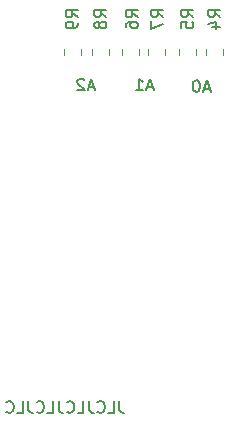
<source format=gbr>
%TF.GenerationSoftware,KiCad,Pcbnew,(5.1.6)-1*%
%TF.CreationDate,2020-09-04T23:44:55+02:00*%
%TF.ProjectId,gpioexpander3,6770696f-6578-4706-916e-646572332e6b,rev?*%
%TF.SameCoordinates,Original*%
%TF.FileFunction,Legend,Bot*%
%TF.FilePolarity,Positive*%
%FSLAX46Y46*%
G04 Gerber Fmt 4.6, Leading zero omitted, Abs format (unit mm)*
G04 Created by KiCad (PCBNEW (5.1.6)-1) date 2020-09-04 23:44:55*
%MOMM*%
%LPD*%
G01*
G04 APERTURE LIST*
%ADD10C,0.150000*%
%ADD11C,0.120000*%
G04 APERTURE END LIST*
D10*
X153622285Y-77636666D02*
X153146095Y-77636666D01*
X153717523Y-77922380D02*
X153384190Y-76922380D01*
X153050857Y-77922380D01*
X152765142Y-77017619D02*
X152717523Y-76970000D01*
X152622285Y-76922380D01*
X152384190Y-76922380D01*
X152288952Y-76970000D01*
X152241333Y-77017619D01*
X152193714Y-77112857D01*
X152193714Y-77208095D01*
X152241333Y-77350952D01*
X152812761Y-77922380D01*
X152193714Y-77922380D01*
X158575285Y-77636666D02*
X158099095Y-77636666D01*
X158670523Y-77922380D02*
X158337190Y-76922380D01*
X158003857Y-77922380D01*
X157146714Y-77922380D02*
X157718142Y-77922380D01*
X157432428Y-77922380D02*
X157432428Y-76922380D01*
X157527666Y-77065238D01*
X157622904Y-77160476D01*
X157718142Y-77208095D01*
X163401285Y-77763666D02*
X162925095Y-77763666D01*
X163496523Y-78049380D02*
X163163190Y-77049380D01*
X162829857Y-78049380D01*
X162306047Y-77049380D02*
X162210809Y-77049380D01*
X162115571Y-77097000D01*
X162067952Y-77144619D01*
X162020333Y-77239857D01*
X161972714Y-77430333D01*
X161972714Y-77668428D01*
X162020333Y-77858904D01*
X162067952Y-77954142D01*
X162115571Y-78001761D01*
X162210809Y-78049380D01*
X162306047Y-78049380D01*
X162401285Y-78001761D01*
X162448904Y-77954142D01*
X162496523Y-77858904D01*
X162544142Y-77668428D01*
X162544142Y-77430333D01*
X162496523Y-77239857D01*
X162448904Y-77144619D01*
X162401285Y-77097000D01*
X162306047Y-77049380D01*
X155749047Y-104227380D02*
X155749047Y-104941666D01*
X155796666Y-105084523D01*
X155891904Y-105179761D01*
X156034761Y-105227380D01*
X156130000Y-105227380D01*
X154796666Y-105227380D02*
X155272857Y-105227380D01*
X155272857Y-104227380D01*
X153891904Y-105132142D02*
X153939523Y-105179761D01*
X154082380Y-105227380D01*
X154177619Y-105227380D01*
X154320476Y-105179761D01*
X154415714Y-105084523D01*
X154463333Y-104989285D01*
X154510952Y-104798809D01*
X154510952Y-104655952D01*
X154463333Y-104465476D01*
X154415714Y-104370238D01*
X154320476Y-104275000D01*
X154177619Y-104227380D01*
X154082380Y-104227380D01*
X153939523Y-104275000D01*
X153891904Y-104322619D01*
X153177619Y-104227380D02*
X153177619Y-104941666D01*
X153225238Y-105084523D01*
X153320476Y-105179761D01*
X153463333Y-105227380D01*
X153558571Y-105227380D01*
X152225238Y-105227380D02*
X152701428Y-105227380D01*
X152701428Y-104227380D01*
X151320476Y-105132142D02*
X151368095Y-105179761D01*
X151510952Y-105227380D01*
X151606190Y-105227380D01*
X151749047Y-105179761D01*
X151844285Y-105084523D01*
X151891904Y-104989285D01*
X151939523Y-104798809D01*
X151939523Y-104655952D01*
X151891904Y-104465476D01*
X151844285Y-104370238D01*
X151749047Y-104275000D01*
X151606190Y-104227380D01*
X151510952Y-104227380D01*
X151368095Y-104275000D01*
X151320476Y-104322619D01*
X150606190Y-104227380D02*
X150606190Y-104941666D01*
X150653809Y-105084523D01*
X150749047Y-105179761D01*
X150891904Y-105227380D01*
X150987142Y-105227380D01*
X149653809Y-105227380D02*
X150130000Y-105227380D01*
X150130000Y-104227380D01*
X148749047Y-105132142D02*
X148796666Y-105179761D01*
X148939523Y-105227380D01*
X149034761Y-105227380D01*
X149177619Y-105179761D01*
X149272857Y-105084523D01*
X149320476Y-104989285D01*
X149368095Y-104798809D01*
X149368095Y-104655952D01*
X149320476Y-104465476D01*
X149272857Y-104370238D01*
X149177619Y-104275000D01*
X149034761Y-104227380D01*
X148939523Y-104227380D01*
X148796666Y-104275000D01*
X148749047Y-104322619D01*
X148034761Y-104227380D02*
X148034761Y-104941666D01*
X148082380Y-105084523D01*
X148177619Y-105179761D01*
X148320476Y-105227380D01*
X148415714Y-105227380D01*
X147082380Y-105227380D02*
X147558571Y-105227380D01*
X147558571Y-104227380D01*
X146177619Y-105132142D02*
X146225238Y-105179761D01*
X146368095Y-105227380D01*
X146463333Y-105227380D01*
X146606190Y-105179761D01*
X146701428Y-105084523D01*
X146749047Y-104989285D01*
X146796666Y-104798809D01*
X146796666Y-104655952D01*
X146749047Y-104465476D01*
X146701428Y-104370238D01*
X146606190Y-104275000D01*
X146463333Y-104227380D01*
X146368095Y-104227380D01*
X146225238Y-104275000D01*
X146177619Y-104322619D01*
D11*
%TO.C,R9*%
X152475000Y-74928252D02*
X152475000Y-74405748D01*
X151055000Y-74928252D02*
X151055000Y-74405748D01*
%TO.C,R8*%
X153468000Y-74423748D02*
X153468000Y-74946252D01*
X154888000Y-74423748D02*
X154888000Y-74946252D01*
%TO.C,R7*%
X159587000Y-74928252D02*
X159587000Y-74405748D01*
X158167000Y-74928252D02*
X158167000Y-74405748D01*
%TO.C,R6*%
X156008000Y-74405748D02*
X156008000Y-74928252D01*
X157428000Y-74405748D02*
X157428000Y-74928252D01*
%TO.C,R5*%
X162254000Y-74946252D02*
X162254000Y-74423748D01*
X160834000Y-74946252D02*
X160834000Y-74423748D01*
%TO.C,R4*%
X163120000Y-74423748D02*
X163120000Y-74946252D01*
X164540000Y-74423748D02*
X164540000Y-74946252D01*
%TO.C,R9*%
D10*
X152217380Y-71715333D02*
X151741190Y-71382000D01*
X152217380Y-71143904D02*
X151217380Y-71143904D01*
X151217380Y-71524857D01*
X151265000Y-71620095D01*
X151312619Y-71667714D01*
X151407857Y-71715333D01*
X151550714Y-71715333D01*
X151645952Y-71667714D01*
X151693571Y-71620095D01*
X151741190Y-71524857D01*
X151741190Y-71143904D01*
X152217380Y-72191523D02*
X152217380Y-72382000D01*
X152169761Y-72477238D01*
X152122142Y-72524857D01*
X151979285Y-72620095D01*
X151788809Y-72667714D01*
X151407857Y-72667714D01*
X151312619Y-72620095D01*
X151265000Y-72572476D01*
X151217380Y-72477238D01*
X151217380Y-72286761D01*
X151265000Y-72191523D01*
X151312619Y-72143904D01*
X151407857Y-72096285D01*
X151645952Y-72096285D01*
X151741190Y-72143904D01*
X151788809Y-72191523D01*
X151836428Y-72286761D01*
X151836428Y-72477238D01*
X151788809Y-72572476D01*
X151741190Y-72620095D01*
X151645952Y-72667714D01*
%TO.C,R8*%
X154630380Y-71715333D02*
X154154190Y-71382000D01*
X154630380Y-71143904D02*
X153630380Y-71143904D01*
X153630380Y-71524857D01*
X153678000Y-71620095D01*
X153725619Y-71667714D01*
X153820857Y-71715333D01*
X153963714Y-71715333D01*
X154058952Y-71667714D01*
X154106571Y-71620095D01*
X154154190Y-71524857D01*
X154154190Y-71143904D01*
X154058952Y-72286761D02*
X154011333Y-72191523D01*
X153963714Y-72143904D01*
X153868476Y-72096285D01*
X153820857Y-72096285D01*
X153725619Y-72143904D01*
X153678000Y-72191523D01*
X153630380Y-72286761D01*
X153630380Y-72477238D01*
X153678000Y-72572476D01*
X153725619Y-72620095D01*
X153820857Y-72667714D01*
X153868476Y-72667714D01*
X153963714Y-72620095D01*
X154011333Y-72572476D01*
X154058952Y-72477238D01*
X154058952Y-72286761D01*
X154106571Y-72191523D01*
X154154190Y-72143904D01*
X154249428Y-72096285D01*
X154439904Y-72096285D01*
X154535142Y-72143904D01*
X154582761Y-72191523D01*
X154630380Y-72286761D01*
X154630380Y-72477238D01*
X154582761Y-72572476D01*
X154535142Y-72620095D01*
X154439904Y-72667714D01*
X154249428Y-72667714D01*
X154154190Y-72620095D01*
X154106571Y-72572476D01*
X154058952Y-72477238D01*
%TO.C,R7*%
X159456380Y-71715333D02*
X158980190Y-71382000D01*
X159456380Y-71143904D02*
X158456380Y-71143904D01*
X158456380Y-71524857D01*
X158504000Y-71620095D01*
X158551619Y-71667714D01*
X158646857Y-71715333D01*
X158789714Y-71715333D01*
X158884952Y-71667714D01*
X158932571Y-71620095D01*
X158980190Y-71524857D01*
X158980190Y-71143904D01*
X158456380Y-72048666D02*
X158456380Y-72715333D01*
X159456380Y-72286761D01*
%TO.C,R6*%
X157297380Y-71715333D02*
X156821190Y-71382000D01*
X157297380Y-71143904D02*
X156297380Y-71143904D01*
X156297380Y-71524857D01*
X156345000Y-71620095D01*
X156392619Y-71667714D01*
X156487857Y-71715333D01*
X156630714Y-71715333D01*
X156725952Y-71667714D01*
X156773571Y-71620095D01*
X156821190Y-71524857D01*
X156821190Y-71143904D01*
X156297380Y-72572476D02*
X156297380Y-72382000D01*
X156345000Y-72286761D01*
X156392619Y-72239142D01*
X156535476Y-72143904D01*
X156725952Y-72096285D01*
X157106904Y-72096285D01*
X157202142Y-72143904D01*
X157249761Y-72191523D01*
X157297380Y-72286761D01*
X157297380Y-72477238D01*
X157249761Y-72572476D01*
X157202142Y-72620095D01*
X157106904Y-72667714D01*
X156868809Y-72667714D01*
X156773571Y-72620095D01*
X156725952Y-72572476D01*
X156678333Y-72477238D01*
X156678333Y-72286761D01*
X156725952Y-72191523D01*
X156773571Y-72143904D01*
X156868809Y-72096285D01*
%TO.C,R5*%
X161996380Y-71715333D02*
X161520190Y-71382000D01*
X161996380Y-71143904D02*
X160996380Y-71143904D01*
X160996380Y-71524857D01*
X161044000Y-71620095D01*
X161091619Y-71667714D01*
X161186857Y-71715333D01*
X161329714Y-71715333D01*
X161424952Y-71667714D01*
X161472571Y-71620095D01*
X161520190Y-71524857D01*
X161520190Y-71143904D01*
X160996380Y-72620095D02*
X160996380Y-72143904D01*
X161472571Y-72096285D01*
X161424952Y-72143904D01*
X161377333Y-72239142D01*
X161377333Y-72477238D01*
X161424952Y-72572476D01*
X161472571Y-72620095D01*
X161567809Y-72667714D01*
X161805904Y-72667714D01*
X161901142Y-72620095D01*
X161948761Y-72572476D01*
X161996380Y-72477238D01*
X161996380Y-72239142D01*
X161948761Y-72143904D01*
X161901142Y-72096285D01*
%TO.C,R4*%
X164282380Y-71715333D02*
X163806190Y-71382000D01*
X164282380Y-71143904D02*
X163282380Y-71143904D01*
X163282380Y-71524857D01*
X163330000Y-71620095D01*
X163377619Y-71667714D01*
X163472857Y-71715333D01*
X163615714Y-71715333D01*
X163710952Y-71667714D01*
X163758571Y-71620095D01*
X163806190Y-71524857D01*
X163806190Y-71143904D01*
X163615714Y-72572476D02*
X164282380Y-72572476D01*
X163234761Y-72334380D02*
X163949047Y-72096285D01*
X163949047Y-72715333D01*
%TD*%
M02*

</source>
